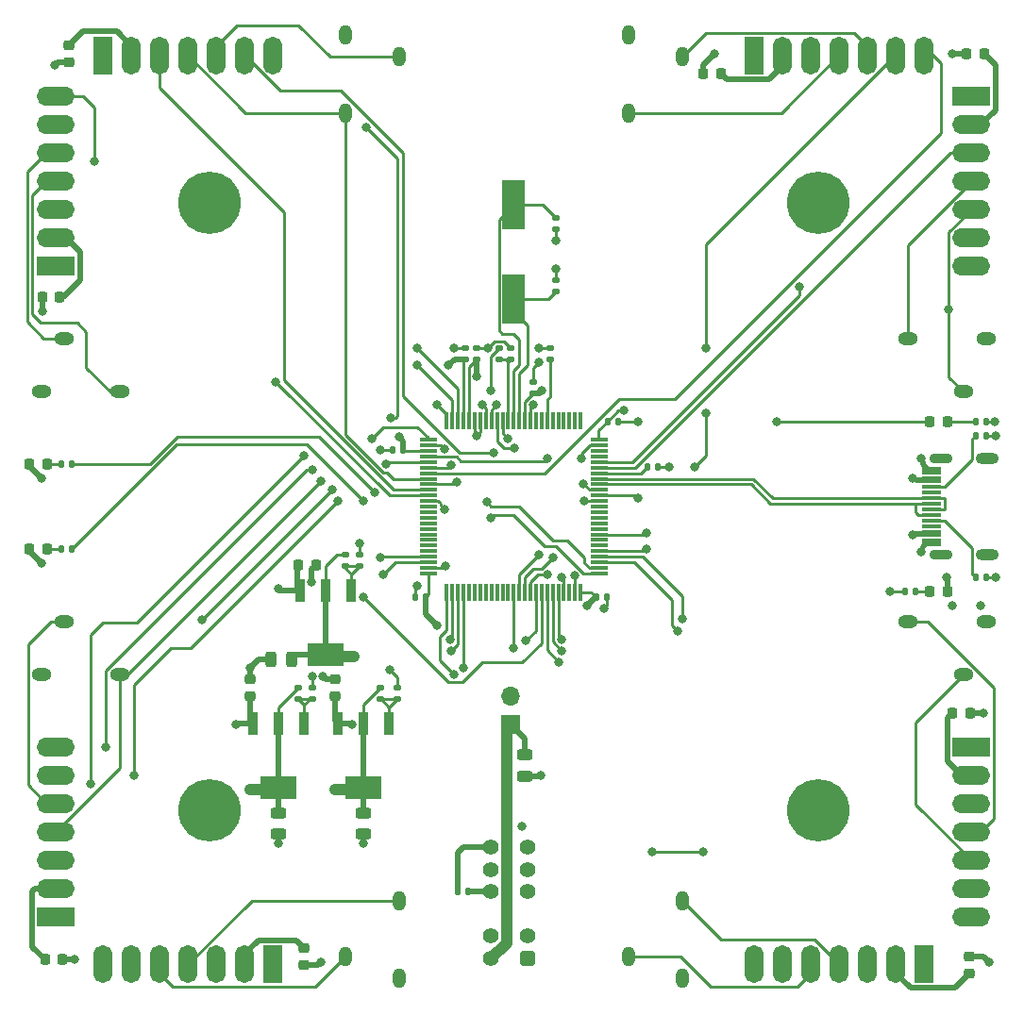
<source format=gtl>
G04 #@! TF.GenerationSoftware,KiCad,Pcbnew,6.0.9-8da3e8f707~117~ubuntu22.04.1*
G04 #@! TF.CreationDate,2022-12-03T17:44:34-08:00*
G04 #@! TF.ProjectId,ch348_octo_serial,63683334-385f-46f6-9374-6f5f73657269,rev?*
G04 #@! TF.SameCoordinates,Original*
G04 #@! TF.FileFunction,Copper,L1,Top*
G04 #@! TF.FilePolarity,Positive*
%FSLAX46Y46*%
G04 Gerber Fmt 4.6, Leading zero omitted, Abs format (unit mm)*
G04 Created by KiCad (PCBNEW 6.0.9-8da3e8f707~117~ubuntu22.04.1) date 2022-12-03 17:44:34*
%MOMM*%
%LPD*%
G01*
G04 APERTURE LIST*
G04 Aperture macros list*
%AMRoundRect*
0 Rectangle with rounded corners*
0 $1 Rounding radius*
0 $2 $3 $4 $5 $6 $7 $8 $9 X,Y pos of 4 corners*
0 Add a 4 corners polygon primitive as box body*
4,1,4,$2,$3,$4,$5,$6,$7,$8,$9,$2,$3,0*
0 Add four circle primitives for the rounded corners*
1,1,$1+$1,$2,$3*
1,1,$1+$1,$4,$5*
1,1,$1+$1,$6,$7*
1,1,$1+$1,$8,$9*
0 Add four rect primitives between the rounded corners*
20,1,$1+$1,$2,$3,$4,$5,0*
20,1,$1+$1,$4,$5,$6,$7,0*
20,1,$1+$1,$6,$7,$8,$9,0*
20,1,$1+$1,$8,$9,$2,$3,0*%
G04 Aperture macros list end*
G04 #@! TA.AperFunction,SMDPad,CuDef*
%ADD10RoundRect,0.218750X-0.218750X-0.256250X0.218750X-0.256250X0.218750X0.256250X-0.218750X0.256250X0*%
G04 #@! TD*
G04 #@! TA.AperFunction,SMDPad,CuDef*
%ADD11R,0.950000X2.150000*%
G04 #@! TD*
G04 #@! TA.AperFunction,SMDPad,CuDef*
%ADD12R,3.250000X2.150000*%
G04 #@! TD*
G04 #@! TA.AperFunction,ComponentPad*
%ADD13R,1.700000X3.400000*%
G04 #@! TD*
G04 #@! TA.AperFunction,ComponentPad*
%ADD14O,1.700000X3.400000*%
G04 #@! TD*
G04 #@! TA.AperFunction,SMDPad,CuDef*
%ADD15RoundRect,0.147500X-0.172500X0.147500X-0.172500X-0.147500X0.172500X-0.147500X0.172500X0.147500X0*%
G04 #@! TD*
G04 #@! TA.AperFunction,ComponentPad*
%ADD16R,1.700000X1.700000*%
G04 #@! TD*
G04 #@! TA.AperFunction,ComponentPad*
%ADD17O,1.700000X1.700000*%
G04 #@! TD*
G04 #@! TA.AperFunction,ComponentPad*
%ADD18R,3.400000X1.700000*%
G04 #@! TD*
G04 #@! TA.AperFunction,ComponentPad*
%ADD19O,3.400000X1.700000*%
G04 #@! TD*
G04 #@! TA.AperFunction,ComponentPad*
%ADD20O,1.799996X1.199896*%
G04 #@! TD*
G04 #@! TA.AperFunction,SMDPad,CuDef*
%ADD21RoundRect,0.218750X0.256250X-0.218750X0.256250X0.218750X-0.256250X0.218750X-0.256250X-0.218750X0*%
G04 #@! TD*
G04 #@! TA.AperFunction,SMDPad,CuDef*
%ADD22RoundRect,0.147500X0.172500X-0.147500X0.172500X0.147500X-0.172500X0.147500X-0.172500X-0.147500X0*%
G04 #@! TD*
G04 #@! TA.AperFunction,SMDPad,CuDef*
%ADD23RoundRect,0.147500X0.147500X0.172500X-0.147500X0.172500X-0.147500X-0.172500X0.147500X-0.172500X0*%
G04 #@! TD*
G04 #@! TA.AperFunction,ComponentPad*
%ADD24C,5.600000*%
G04 #@! TD*
G04 #@! TA.AperFunction,SMDPad,CuDef*
%ADD25RoundRect,0.218750X-0.256250X0.218750X-0.256250X-0.218750X0.256250X-0.218750X0.256250X0.218750X0*%
G04 #@! TD*
G04 #@! TA.AperFunction,SMDPad,CuDef*
%ADD26RoundRect,0.147500X-0.147500X-0.172500X0.147500X-0.172500X0.147500X0.172500X-0.147500X0.172500X0*%
G04 #@! TD*
G04 #@! TA.AperFunction,ComponentPad*
%ADD27O,1.199896X1.799996*%
G04 #@! TD*
G04 #@! TA.AperFunction,SMDPad,CuDef*
%ADD28RoundRect,0.243750X-0.456250X0.243750X-0.456250X-0.243750X0.456250X-0.243750X0.456250X0.243750X0*%
G04 #@! TD*
G04 #@! TA.AperFunction,SMDPad,CuDef*
%ADD29RoundRect,0.218750X0.218750X0.256250X-0.218750X0.256250X-0.218750X-0.256250X0.218750X-0.256250X0*%
G04 #@! TD*
G04 #@! TA.AperFunction,SMDPad,CuDef*
%ADD30R,2.000000X4.500000*%
G04 #@! TD*
G04 #@! TA.AperFunction,SMDPad,CuDef*
%ADD31RoundRect,0.243750X0.243750X0.456250X-0.243750X0.456250X-0.243750X-0.456250X0.243750X-0.456250X0*%
G04 #@! TD*
G04 #@! TA.AperFunction,ComponentPad*
%ADD32RoundRect,0.350000X0.350000X-0.350000X0.350000X0.350000X-0.350000X0.350000X-0.350000X-0.350000X0*%
G04 #@! TD*
G04 #@! TA.AperFunction,ComponentPad*
%ADD33C,1.400000*%
G04 #@! TD*
G04 #@! TA.AperFunction,SMDPad,CuDef*
%ADD34R,1.750000X0.300000*%
G04 #@! TD*
G04 #@! TA.AperFunction,ComponentPad*
%ADD35O,2.100000X1.000000*%
G04 #@! TD*
G04 #@! TA.AperFunction,ComponentPad*
%ADD36O,2.100000X0.900000*%
G04 #@! TD*
G04 #@! TA.AperFunction,SMDPad,CuDef*
%ADD37RoundRect,0.075000X-0.075000X0.725000X-0.075000X-0.725000X0.075000X-0.725000X0.075000X0.725000X0*%
G04 #@! TD*
G04 #@! TA.AperFunction,SMDPad,CuDef*
%ADD38RoundRect,0.075000X-0.725000X0.075000X-0.725000X-0.075000X0.725000X-0.075000X0.725000X0.075000X0*%
G04 #@! TD*
G04 #@! TA.AperFunction,ViaPad*
%ADD39C,0.800000*%
G04 #@! TD*
G04 #@! TA.AperFunction,Conductor*
%ADD40C,0.500000*%
G04 #@! TD*
G04 #@! TA.AperFunction,Conductor*
%ADD41C,0.250000*%
G04 #@! TD*
G04 #@! TA.AperFunction,Conductor*
%ADD42C,1.000000*%
G04 #@! TD*
G04 APERTURE END LIST*
D10*
G04 #@! TO.P,C18,1*
G04 #@! TO.N,Vdrive*
X152374500Y-102362000D03*
G04 #@! TO.P,C18,2*
G04 #@! TO.N,GND*
X153949500Y-102362000D03*
G04 #@! TD*
D11*
G04 #@! TO.P,VR1,1,GND*
G04 #@! TO.N,Net-(R2-Pad2)*
X98439000Y-91334000D03*
G04 #@! TO.P,VR1,2,VOUT_2*
G04 #@! TO.N,+3.3V*
X96139000Y-91334000D03*
G04 #@! TO.P,VR1,3,VIN*
G04 #@! TO.N,+5V*
X93839000Y-91334000D03*
D12*
G04 #@! TO.P,VR1,4,VOUT_4*
G04 #@! TO.N,+3.3V*
X96139000Y-97134000D03*
G04 #@! TD*
D13*
G04 #@! TO.P,J12,1,Pin_1*
G04 #@! TO.N,GND*
X134615000Y-43325000D03*
D14*
G04 #@! TO.P,J12,2,Pin_2*
G04 #@! TO.N,Vdrive*
X137155000Y-43325000D03*
G04 #@! TO.P,J12,3,Pin_3*
G04 #@! TO.N,/Serial Connector 6/CTS*
X139695000Y-43325000D03*
G04 #@! TO.P,J12,4,Pin_4*
G04 #@! TO.N,/Serial Connector 6/TXD*
X142235000Y-43325000D03*
G04 #@! TO.P,J12,5,Pin_5*
G04 #@! TO.N,/Serial Connector 6/RXD*
X144775000Y-43325000D03*
G04 #@! TO.P,J12,6,Pin_6*
G04 #@! TO.N,/Serial Connector 6/DTR*
X147315000Y-43325000D03*
G04 #@! TO.P,J12,7,Pin_7*
G04 #@! TO.N,/Serial Connector 6/RTS*
X149855000Y-43325000D03*
G04 #@! TD*
D15*
G04 #@! TO.P,C9,1*
G04 #@! TO.N,/XO*
X116840000Y-57935000D03*
G04 #@! TO.P,C9,2*
G04 #@! TO.N,GND*
X116840000Y-58905000D03*
G04 #@! TD*
D16*
G04 #@! TO.P,J6,1,Pin_1*
G04 #@! TO.N,Net-(C16-Pad1)*
X112776000Y-103383000D03*
D17*
G04 #@! TO.P,J6,2,Pin_2*
G04 #@! TO.N,GND*
X112776000Y-100843000D03*
G04 #@! TD*
D18*
G04 #@! TO.P,J16,1,Pin_1*
G04 #@! TO.N,GND*
X71970000Y-62230000D03*
D19*
G04 #@! TO.P,J16,2,Pin_2*
G04 #@! TO.N,Vdrive*
X71970000Y-59690000D03*
G04 #@! TO.P,J16,3,Pin_3*
G04 #@! TO.N,/Serial Connector 0/CTS*
X71970000Y-57150000D03*
G04 #@! TO.P,J16,4,Pin_4*
G04 #@! TO.N,/Serial Connector 0/TXD*
X71970000Y-54610000D03*
G04 #@! TO.P,J16,5,Pin_5*
G04 #@! TO.N,/Serial Connector 0/RXD*
X71970000Y-52070000D03*
G04 #@! TO.P,J16,6,Pin_6*
G04 #@! TO.N,/Serial Connector 0/DTR*
X71970000Y-49530000D03*
G04 #@! TO.P,J16,7,Pin_7*
G04 #@! TO.N,/Serial Connector 0/RTS*
X71970000Y-46990000D03*
G04 #@! TD*
D10*
G04 #@! TO.P,D4,1,K*
G04 #@! TO.N,GND*
X69570500Y-87630000D03*
G04 #@! TO.P,D4,2,A*
G04 #@! TO.N,Net-(D4-Pad2)*
X71145500Y-87630000D03*
G04 #@! TD*
D20*
G04 #@! TO.P,J15,2,RING*
G04 #@! TO.N,/Serial Connector 0/RXD*
X72680000Y-68720000D03*
G04 #@! TO.P,J15,3,SLEEVE*
G04 #@! TO.N,GND*
X70680000Y-73520000D03*
G04 #@! TO.P,J15,4,TIP*
G04 #@! TO.N,/Serial Connector 0/TXD*
X77680000Y-73520000D03*
G04 #@! TD*
D21*
G04 #@! TO.P,C25,1*
G04 #@! TO.N,Vdrive*
X153924000Y-125755500D03*
G04 #@! TO.P,C25,2*
G04 #@! TO.N,GND*
X153924000Y-124180500D03*
G04 #@! TD*
D22*
G04 #@! TO.P,C7,1*
G04 #@! TO.N,/RESET*
X112776000Y-70589000D03*
G04 #@! TO.P,C7,2*
G04 #@! TO.N,GND*
X112776000Y-69619000D03*
G04 #@! TD*
D23*
G04 #@! TO.P,R12,1*
G04 #@! TO.N,GND*
X125961000Y-80264000D03*
G04 #@! TO.P,R12,2*
G04 #@! TO.N,/TEST*
X124991000Y-80264000D03*
G04 #@! TD*
D10*
G04 #@! TO.P,C1,1*
G04 #@! TO.N,+5V*
X93700500Y-89027000D03*
G04 #@! TO.P,C1,2*
G04 #@! TO.N,GND*
X95275500Y-89027000D03*
G04 #@! TD*
D18*
G04 #@! TO.P,J8,1,Pin_1*
G04 #@! TO.N,GND*
X154090000Y-105410000D03*
D19*
G04 #@! TO.P,J8,2,Pin_2*
G04 #@! TO.N,Vdrive*
X154090000Y-107950000D03*
G04 #@! TO.P,J8,3,Pin_3*
G04 #@! TO.N,/Serial Connector 4/CTS*
X154090000Y-110490000D03*
G04 #@! TO.P,J8,4,Pin_4*
G04 #@! TO.N,/Serial Connector 4/TXD*
X154090000Y-113030000D03*
G04 #@! TO.P,J8,5,Pin_5*
G04 #@! TO.N,/Serial Connector 4/RXD*
X154090000Y-115570000D03*
G04 #@! TO.P,J8,6,Pin_6*
G04 #@! TO.N,/Serial Connector 4/DTR*
X154090000Y-118110000D03*
G04 #@! TO.P,J8,7,Pin_7*
G04 #@! TO.N,/Serial Connector 4/RTS*
X154090000Y-120650000D03*
G04 #@! TD*
D22*
G04 #@! TO.P,R3,1*
G04 #@! TO.N,Net-(R2-Pad2)*
X99187000Y-89131000D03*
G04 #@! TO.P,R3,2*
G04 #@! TO.N,GND*
X99187000Y-88161000D03*
G04 #@! TD*
G04 #@! TO.P,R5,1*
G04 #@! TO.N,Net-(R4-Pad2)*
X94996000Y-101069000D03*
G04 #@! TO.P,R5,2*
G04 #@! TO.N,GND*
X94996000Y-100099000D03*
G04 #@! TD*
G04 #@! TO.P,R7,1*
G04 #@! TO.N,Net-(R6-Pad2)*
X102616000Y-101069000D03*
G04 #@! TO.P,R7,2*
G04 #@! TO.N,GND*
X102616000Y-100099000D03*
G04 #@! TD*
D15*
G04 #@! TO.P,R13,1*
G04 #@! TO.N,GND*
X116332000Y-69619000D03*
G04 #@! TO.P,R13,2*
G04 #@! TO.N,/CFG*
X116332000Y-70589000D03*
G04 #@! TD*
D23*
G04 #@! TO.P,C13,1*
G04 #@! TO.N,+3.3V*
X103101000Y-78740000D03*
G04 #@! TO.P,C13,2*
G04 #@! TO.N,GND*
X102131000Y-78740000D03*
G04 #@! TD*
D24*
G04 #@! TO.P,J2,1,Pin_1*
G04 #@! TO.N,unconnected-(J2-Pad1)*
X140320000Y-56530000D03*
G04 #@! TD*
D25*
G04 #@! TO.P,C21,1*
G04 #@! TO.N,Vdrive*
X73152000Y-42392500D03*
G04 #@! TO.P,C21,2*
G04 #@! TO.N,GND*
X73152000Y-43967500D03*
G04 #@! TD*
D15*
G04 #@! TO.P,R10,1*
G04 #@! TO.N,+3.3V*
X111760000Y-69619000D03*
G04 #@! TO.P,R10,2*
G04 #@! TO.N,/RESET*
X111760000Y-70589000D03*
G04 #@! TD*
D23*
G04 #@! TO.P,C17,1*
G04 #@! TO.N,Vdrive*
X105133000Y-91948000D03*
G04 #@! TO.P,C17,2*
G04 #@! TO.N,GND*
X104163000Y-91948000D03*
G04 #@! TD*
D18*
G04 #@! TO.P,J10,1,Pin_1*
G04 #@! TO.N,GND*
X154090000Y-46990000D03*
D19*
G04 #@! TO.P,J10,2,Pin_2*
G04 #@! TO.N,Vdrive*
X154090000Y-49530000D03*
G04 #@! TO.P,J10,3,Pin_3*
G04 #@! TO.N,/Serial Connector 5/CTS*
X154090000Y-52070000D03*
G04 #@! TO.P,J10,4,Pin_4*
G04 #@! TO.N,/Serial Connector 5/TXD*
X154090000Y-54610000D03*
G04 #@! TO.P,J10,5,Pin_5*
G04 #@! TO.N,/Serial Connector 5/RXD*
X154090000Y-57150000D03*
G04 #@! TO.P,J10,6,Pin_6*
G04 #@! TO.N,/Serial Connector 5/DTR*
X154090000Y-59690000D03*
G04 #@! TO.P,J10,7,Pin_7*
G04 #@! TO.N,/Serial Connector 5/RTS*
X154090000Y-62230000D03*
G04 #@! TD*
D26*
G04 #@! TO.P,C10,1*
G04 #@! TO.N,Vdrive*
X121435000Y-76200000D03*
G04 #@! TO.P,C10,2*
G04 #@! TO.N,GND*
X122405000Y-76200000D03*
G04 #@! TD*
D20*
G04 #@! TO.P,J9,2,RING*
G04 #@! TO.N,/Serial Connector 5/RXD*
X153380000Y-73520000D03*
G04 #@! TO.P,J9,3,SLEEVE*
G04 #@! TO.N,GND*
X155380000Y-68720000D03*
G04 #@! TO.P,J9,4,TIP*
G04 #@! TO.N,/Serial Connector 5/TXD*
X148380000Y-68720000D03*
G04 #@! TD*
D27*
G04 #@! TO.P,J21,2,RING*
G04 #@! TO.N,/Serial Connector 3/RXD*
X123330000Y-124170000D03*
G04 #@! TO.P,J21,3,SLEEVE*
G04 #@! TO.N,GND*
X128130000Y-126170000D03*
G04 #@! TO.P,J21,4,TIP*
G04 #@! TO.N,/Serial Connector 3/TXD*
X128130000Y-119170000D03*
G04 #@! TD*
D15*
G04 #@! TO.P,R4,1*
G04 #@! TO.N,+2V5*
X93726000Y-100099000D03*
G04 #@! TO.P,R4,2*
G04 #@! TO.N,Net-(R4-Pad2)*
X93726000Y-101069000D03*
G04 #@! TD*
D23*
G04 #@! TO.P,R11,1*
G04 #@! TO.N,+3.3V*
X155425000Y-76200000D03*
G04 #@! TO.P,R11,2*
G04 #@! TO.N,Net-(D2-Pad2)*
X154455000Y-76200000D03*
G04 #@! TD*
D24*
G04 #@! TO.P,J3,1,Pin_1*
G04 #@! TO.N,unconnected-(J3-Pad1)*
X85740000Y-56530000D03*
G04 #@! TD*
D25*
G04 #@! TO.P,C24,1*
G04 #@! TO.N,Vdrive*
X94234000Y-123418500D03*
G04 #@! TO.P,C24,2*
G04 #@! TO.N,GND*
X94234000Y-124993500D03*
G04 #@! TD*
D18*
G04 #@! TO.P,J18,1,Pin_1*
G04 #@! TO.N,GND*
X71970000Y-120650000D03*
D19*
G04 #@! TO.P,J18,2,Pin_2*
G04 #@! TO.N,Vdrive*
X71970000Y-118110000D03*
G04 #@! TO.P,J18,3,Pin_3*
G04 #@! TO.N,/Serial Connector 1/CTS*
X71970000Y-115570000D03*
G04 #@! TO.P,J18,4,Pin_4*
G04 #@! TO.N,/Serial Connector 1/TXD*
X71970000Y-113030000D03*
G04 #@! TO.P,J18,5,Pin_5*
G04 #@! TO.N,/Serial Connector 1/RXD*
X71970000Y-110490000D03*
G04 #@! TO.P,J18,6,Pin_6*
G04 #@! TO.N,/Serial Connector 1/DTR*
X71970000Y-107950000D03*
G04 #@! TO.P,J18,7,Pin_7*
G04 #@! TO.N,/Serial Connector 1/RTS*
X71970000Y-105410000D03*
G04 #@! TD*
D22*
G04 #@! TO.P,C8,1*
G04 #@! TO.N,/XI*
X116840000Y-64470000D03*
G04 #@! TO.P,C8,2*
G04 #@! TO.N,GND*
X116840000Y-63500000D03*
G04 #@! TD*
D28*
G04 #@! TO.P,C5,1*
G04 #@! TO.N,+2V5*
X91948000Y-111330500D03*
G04 #@! TO.P,C5,2*
G04 #@! TO.N,GND*
X91948000Y-113205500D03*
G04 #@! TD*
D10*
G04 #@! TO.P,D3,1,K*
G04 #@! TO.N,GND*
X69570500Y-80010000D03*
G04 #@! TO.P,D3,2,A*
G04 #@! TO.N,Net-(D3-Pad2)*
X71145500Y-80010000D03*
G04 #@! TD*
D28*
G04 #@! TO.P,C6,1*
G04 #@! TO.N,+1V8*
X99568000Y-111330500D03*
G04 #@! TO.P,C6,2*
G04 #@! TO.N,GND*
X99568000Y-113205500D03*
G04 #@! TD*
D29*
G04 #@! TO.P,D1,1,K*
G04 #@! TO.N,GND*
X151917500Y-91440000D03*
G04 #@! TO.P,D1,2,A*
G04 #@! TO.N,Net-(D1-Pad2)*
X150342500Y-91440000D03*
G04 #@! TD*
D22*
G04 #@! TO.P,C11,1*
G04 #@! TO.N,+3.3V*
X114808000Y-73637000D03*
G04 #@! TO.P,C11,2*
G04 #@! TO.N,GND*
X114808000Y-72667000D03*
G04 #@! TD*
D26*
G04 #@! TO.P,R8,1*
G04 #@! TO.N,Net-(J1-PadA5)*
X154455000Y-90170000D03*
G04 #@! TO.P,R8,2*
G04 #@! TO.N,GND*
X155425000Y-90170000D03*
G04 #@! TD*
D21*
G04 #@! TO.P,C2,1*
G04 #@! TO.N,+5V*
X89408000Y-100863500D03*
G04 #@! TO.P,C2,2*
G04 #@! TO.N,GND*
X89408000Y-99288500D03*
G04 #@! TD*
D10*
G04 #@! TO.P,D2,1,K*
G04 #@! TO.N,/ACT*
X150342500Y-76200000D03*
G04 #@! TO.P,D2,2,A*
G04 #@! TO.N,Net-(D2-Pad2)*
X151917500Y-76200000D03*
G04 #@! TD*
D23*
G04 #@! TO.P,R14,1*
G04 #@! TO.N,/RX_S*
X73383000Y-80010000D03*
G04 #@! TO.P,R14,2*
G04 #@! TO.N,Net-(D3-Pad2)*
X72413000Y-80010000D03*
G04 #@! TD*
G04 #@! TO.P,R15,1*
G04 #@! TO.N,/TX_S*
X73383000Y-87630000D03*
G04 #@! TO.P,R15,2*
G04 #@! TO.N,Net-(D4-Pad2)*
X72413000Y-87630000D03*
G04 #@! TD*
D27*
G04 #@! TO.P,J11,2,RING*
G04 #@! TO.N,/Serial Connector 6/RXD*
X128130000Y-43470000D03*
G04 #@! TO.P,J11,3,SLEEVE*
G04 #@! TO.N,GND*
X123330000Y-41470000D03*
G04 #@! TO.P,J11,4,TIP*
G04 #@! TO.N,/Serial Connector 6/TXD*
X123330000Y-48470000D03*
G04 #@! TD*
D28*
G04 #@! TO.P,C16,1*
G04 #@! TO.N,Net-(C16-Pad1)*
X114046000Y-106123500D03*
G04 #@! TO.P,C16,2*
G04 #@! TO.N,GND*
X114046000Y-107998500D03*
G04 #@! TD*
D30*
G04 #@! TO.P,X1,1,1*
G04 #@! TO.N,/XI*
X113030000Y-65210000D03*
G04 #@! TO.P,X1,2,2*
G04 #@! TO.N,/XO*
X113030000Y-56710000D03*
G04 #@! TD*
D23*
G04 #@! TO.P,R9,1*
G04 #@! TO.N,GND*
X155425000Y-77470000D03*
G04 #@! TO.P,R9,2*
G04 #@! TO.N,Net-(J1-PadB5)*
X154455000Y-77470000D03*
G04 #@! TD*
D29*
G04 #@! TO.P,C22,1*
G04 #@! TO.N,Vdrive*
X72288500Y-65024000D03*
G04 #@! TO.P,C22,2*
G04 #@! TO.N,GND*
X70713500Y-65024000D03*
G04 #@! TD*
D13*
G04 #@! TO.P,J14,1,Pin_1*
G04 #@! TO.N,GND*
X76195000Y-43325000D03*
D14*
G04 #@! TO.P,J14,2,Pin_2*
G04 #@! TO.N,Vdrive*
X78735000Y-43325000D03*
G04 #@! TO.P,J14,3,Pin_3*
G04 #@! TO.N,/Serial Connector 7/CTS*
X81275000Y-43325000D03*
G04 #@! TO.P,J14,4,Pin_4*
G04 #@! TO.N,/Serial Connector 7/TXD*
X83815000Y-43325000D03*
G04 #@! TO.P,J14,5,Pin_5*
G04 #@! TO.N,/Serial Connector 7/RXD*
X86355000Y-43325000D03*
G04 #@! TO.P,J14,6,Pin_6*
G04 #@! TO.N,/Serial Connector 7/DTR*
X88895000Y-43325000D03*
G04 #@! TO.P,J14,7,Pin_7*
G04 #@! TO.N,/Serial Connector 7/RTS*
X91435000Y-43325000D03*
G04 #@! TD*
D31*
G04 #@! TO.P,C4,1*
G04 #@! TO.N,+3.3V*
X93139500Y-97536000D03*
G04 #@! TO.P,C4,2*
G04 #@! TO.N,GND*
X91264500Y-97536000D03*
G04 #@! TD*
D29*
G04 #@! TO.P,C19,1*
G04 #@! TO.N,Vdrive*
X155219500Y-43180000D03*
G04 #@! TO.P,C19,2*
G04 #@! TO.N,GND*
X153644500Y-43180000D03*
G04 #@! TD*
D32*
G04 #@! TO.P,SW1,1,1*
G04 #@! TO.N,unconnected-(SW1-Pad1)*
X114287500Y-124380000D03*
D33*
G04 #@! TO.P,SW1,2,2*
G04 #@! TO.N,unconnected-(SW1-Pad2)*
X114287500Y-122380000D03*
G04 #@! TO.P,SW1,3,3*
G04 #@! TO.N,unconnected-(SW1-Pad3)*
X114287500Y-118380000D03*
G04 #@! TO.P,SW1,4,4*
G04 #@! TO.N,unconnected-(SW1-Pad4)*
X114287500Y-116380000D03*
G04 #@! TO.P,SW1,5,5*
G04 #@! TO.N,unconnected-(SW1-Pad5)*
X114287500Y-114380000D03*
G04 #@! TO.P,SW1,6,6*
G04 #@! TO.N,Net-(C16-Pad1)*
X110987500Y-124380000D03*
G04 #@! TO.P,SW1,7,7*
G04 #@! TO.N,+1V8*
X110987500Y-122380000D03*
G04 #@! TO.P,SW1,8,8*
G04 #@! TO.N,Vdrive*
X110987500Y-118380000D03*
G04 #@! TO.P,SW1,9,9*
G04 #@! TO.N,+2V5*
X110987500Y-116380000D03*
G04 #@! TO.P,SW1,10,10*
G04 #@! TO.N,+3.3V*
X110987500Y-114380000D03*
G04 #@! TD*
D27*
G04 #@! TO.P,J19,2,RING*
G04 #@! TO.N,/Serial Connector 2/RXD*
X97930000Y-124170000D03*
G04 #@! TO.P,J19,3,SLEEVE*
G04 #@! TO.N,GND*
X102730000Y-126170000D03*
G04 #@! TO.P,J19,4,TIP*
G04 #@! TO.N,/Serial Connector 2/TXD*
X102730000Y-119170000D03*
G04 #@! TD*
D13*
G04 #@! TO.P,J22,1,Pin_1*
G04 #@! TO.N,GND*
X149860000Y-124880000D03*
D14*
G04 #@! TO.P,J22,2,Pin_2*
G04 #@! TO.N,Vdrive*
X147320000Y-124880000D03*
G04 #@! TO.P,J22,3,Pin_3*
G04 #@! TO.N,/Serial Connector 3/CTS*
X144780000Y-124880000D03*
G04 #@! TO.P,J22,4,Pin_4*
G04 #@! TO.N,/Serial Connector 3/TXD*
X142240000Y-124880000D03*
G04 #@! TO.P,J22,5,Pin_5*
G04 #@! TO.N,/Serial Connector 3/RXD*
X139700000Y-124880000D03*
G04 #@! TO.P,J22,6,Pin_6*
G04 #@! TO.N,/Serial Connector 3/DTR*
X137160000Y-124880000D03*
G04 #@! TO.P,J22,7,Pin_7*
G04 #@! TO.N,/Serial Connector 3/RTS*
X134620000Y-124880000D03*
G04 #@! TD*
D26*
G04 #@! TO.P,R1,1*
G04 #@! TO.N,+3.3V*
X148105000Y-91440000D03*
G04 #@! TO.P,R1,2*
G04 #@! TO.N,Net-(D1-Pad2)*
X149075000Y-91440000D03*
G04 #@! TD*
D34*
G04 #@! TO.P,J1,A1,GND*
G04 #@! TO.N,GND*
X150520000Y-87170000D03*
G04 #@! TO.P,J1,A4,VBUS*
G04 #@! TO.N,+5V*
X150520000Y-86370000D03*
G04 #@! TO.P,J1,A5,CC1*
G04 #@! TO.N,Net-(J1-PadA5)*
X150520000Y-85070000D03*
G04 #@! TO.P,J1,A6,D+*
G04 #@! TO.N,/USB_P*
X150520000Y-84070000D03*
G04 #@! TO.P,J1,A7,D-*
G04 #@! TO.N,/USB_N*
X150520000Y-83570000D03*
G04 #@! TO.P,J1,A8,SBU1*
G04 #@! TO.N,unconnected-(J1-PadA8)*
X150520000Y-82570000D03*
G04 #@! TO.P,J1,A9,VBUS*
G04 #@! TO.N,+5V*
X150520000Y-81270000D03*
G04 #@! TO.P,J1,A12,GND*
G04 #@! TO.N,GND*
X150520000Y-80470000D03*
G04 #@! TO.P,J1,B1,GND*
X150520000Y-80770000D03*
G04 #@! TO.P,J1,B4,VBUS*
G04 #@! TO.N,+5V*
X150520000Y-81570000D03*
G04 #@! TO.P,J1,B5,CC2*
G04 #@! TO.N,Net-(J1-PadB5)*
X150520000Y-82070000D03*
G04 #@! TO.P,J1,B6,D+*
G04 #@! TO.N,/USB_P*
X150520000Y-83070000D03*
G04 #@! TO.P,J1,B7,D-*
G04 #@! TO.N,/USB_N*
X150520000Y-84570000D03*
G04 #@! TO.P,J1,B8,SBU2*
G04 #@! TO.N,unconnected-(J1-PadB8)*
X150520000Y-85570000D03*
G04 #@! TO.P,J1,B9,VBUS*
G04 #@! TO.N,+5V*
X150520000Y-86070000D03*
G04 #@! TO.P,J1,B12,GND*
G04 #@! TO.N,GND*
X150520000Y-86870000D03*
D35*
G04 #@! TO.P,J1,S1,SHIELD*
X155540000Y-79500000D03*
X155540000Y-88140000D03*
D36*
X151360000Y-88140000D03*
X151360000Y-79500000D03*
G04 #@! TD*
D37*
G04 #@! TO.P,U1,1,DCD5/GPIO40*
G04 #@! TO.N,unconnected-(U1-Pad1)*
X119030000Y-76145000D03*
G04 #@! TO.P,U1,2,RI5/GPIO41*
G04 #@! TO.N,unconnected-(U1-Pad2)*
X118530000Y-76145000D03*
G04 #@! TO.P,U1,3,DSR1/GPIO27*
G04 #@! TO.N,unconnected-(U1-Pad3)*
X118030000Y-76145000D03*
G04 #@! TO.P,U1,4,DCD1/GPIO28*
G04 #@! TO.N,unconnected-(U1-Pad4)*
X117530000Y-76145000D03*
G04 #@! TO.P,U1,5,RI1/GPIO29*
G04 #@! TO.N,unconnected-(U1-Pad5)*
X117030000Y-76145000D03*
G04 #@! TO.P,U1,6,NC*
G04 #@! TO.N,unconnected-(U1-Pad6)*
X116530000Y-76145000D03*
G04 #@! TO.P,U1,7,CFG*
G04 #@! TO.N,/CFG*
X116030000Y-76145000D03*
G04 #@! TO.P,U1,8,NC*
G04 #@! TO.N,unconnected-(U1-Pad8)*
X115530000Y-76145000D03*
G04 #@! TO.P,U1,9,NC*
G04 #@! TO.N,unconnected-(U1-Pad9)*
X115030000Y-76145000D03*
G04 #@! TO.P,U1,10,GND*
G04 #@! TO.N,GND*
X114530000Y-76145000D03*
G04 #@! TO.P,U1,11,VCC*
G04 #@! TO.N,+3.3V*
X114030000Y-76145000D03*
G04 #@! TO.P,U1,12,XI*
G04 #@! TO.N,/XI*
X113530000Y-76145000D03*
G04 #@! TO.P,U1,13,XO*
G04 #@! TO.N,/XO*
X113030000Y-76145000D03*
G04 #@! TO.P,U1,14,RESET*
G04 #@! TO.N,/RESET*
X112530000Y-76145000D03*
G04 #@! TO.P,U1,15,TXD5*
G04 #@! TO.N,/Serial Connector 5/TXD*
X112030000Y-76145000D03*
G04 #@! TO.P,U1,16,RXD5*
G04 #@! TO.N,/Serial Connector 5/RXD*
X111530000Y-76145000D03*
G04 #@! TO.P,U1,17,TXD6*
G04 #@! TO.N,/Serial Connector 6/TXD*
X111030000Y-76145000D03*
G04 #@! TO.P,U1,18,RXD6*
G04 #@! TO.N,/Serial Connector 6/RXD*
X110530000Y-76145000D03*
G04 #@! TO.P,U1,19,GND*
G04 #@! TO.N,GND*
X110030000Y-76145000D03*
G04 #@! TO.P,U1,20,GND*
X109530000Y-76145000D03*
G04 #@! TO.P,U1,21,VIO*
G04 #@! TO.N,Vdrive*
X109030000Y-76145000D03*
G04 #@! TO.P,U1,22,VIO*
X108530000Y-76145000D03*
G04 #@! TO.P,U1,23,CTS1/GPIO2*
G04 #@! TO.N,/Serial Connector 1/CTS*
X108030000Y-76145000D03*
G04 #@! TO.P,U1,24,RTS1/GPIO3*
G04 #@! TO.N,/Serial Connector 1/RTS*
X107530000Y-76145000D03*
G04 #@! TO.P,U1,25,TXD1*
G04 #@! TO.N,/Serial Connector 1/TXD*
X107030000Y-76145000D03*
D38*
G04 #@! TO.P,U1,26,RXD1*
G04 #@! TO.N,/Serial Connector 1/RXD*
X105355000Y-77820000D03*
G04 #@! TO.P,U1,27,GND*
G04 #@! TO.N,GND*
X105355000Y-78320000D03*
G04 #@! TO.P,U1,28,VCC*
G04 #@! TO.N,+3.3V*
X105355000Y-78820000D03*
G04 #@! TO.P,U1,29,ACT*
G04 #@! TO.N,/ACT*
X105355000Y-79320000D03*
G04 #@! TO.P,U1,30,DTR1/TNOW1/GPIO9*
G04 #@! TO.N,/Serial Connector 1/DTR*
X105355000Y-79820000D03*
G04 #@! TO.P,U1,31,CTS6/GPIO16*
G04 #@! TO.N,/Serial Connector 6/CTS*
X105355000Y-80320000D03*
G04 #@! TO.P,U1,32,RTS6/GPIO17*
G04 #@! TO.N,/Serial Connector 6/RTS*
X105355000Y-80820000D03*
G04 #@! TO.P,U1,33,TXD7*
G04 #@! TO.N,/Serial Connector 7/TXD*
X105355000Y-81320000D03*
G04 #@! TO.P,U1,34,RXD7*
G04 #@! TO.N,/Serial Connector 7/RXD*
X105355000Y-81820000D03*
G04 #@! TO.P,U1,35,CTS7/GPIO18*
G04 #@! TO.N,/Serial Connector 7/CTS*
X105355000Y-82320000D03*
G04 #@! TO.P,U1,36,RTS7/GPIO19*
G04 #@! TO.N,/Serial Connector 7/RTS*
X105355000Y-82820000D03*
G04 #@! TO.P,U1,37,GND*
G04 #@! TO.N,GND*
X105355000Y-83320000D03*
G04 #@! TO.P,U1,38,DSR7/GPIO45*
G04 #@! TO.N,unconnected-(U1-Pad38)*
X105355000Y-83820000D03*
G04 #@! TO.P,U1,39,DCD7/GPIO46*
G04 #@! TO.N,unconnected-(U1-Pad39)*
X105355000Y-84320000D03*
G04 #@! TO.P,U1,40,RI7/GPIO47*
G04 #@! TO.N,unconnected-(U1-Pad40)*
X105355000Y-84820000D03*
G04 #@! TO.P,U1,41,DSR6/GPIO42*
G04 #@! TO.N,unconnected-(U1-Pad41)*
X105355000Y-85320000D03*
G04 #@! TO.P,U1,42,DCD6/GPIO43*
G04 #@! TO.N,unconnected-(U1-Pad42)*
X105355000Y-85820000D03*
G04 #@! TO.P,U1,43,RI6/GPIO44*
G04 #@! TO.N,unconnected-(U1-Pad43)*
X105355000Y-86320000D03*
G04 #@! TO.P,U1,44,DSR3/GPIO33*
G04 #@! TO.N,unconnected-(U1-Pad44)*
X105355000Y-86820000D03*
G04 #@! TO.P,U1,45,DCD3/GPIO34*
G04 #@! TO.N,unconnected-(U1-Pad45)*
X105355000Y-87320000D03*
G04 #@! TO.P,U1,46,RI3/GPIO35*
G04 #@! TO.N,unconnected-(U1-Pad46)*
X105355000Y-87820000D03*
G04 #@! TO.P,U1,47,TXD2*
G04 #@! TO.N,/Serial Connector 2/TXD*
X105355000Y-88320000D03*
G04 #@! TO.P,U1,48,RXD2*
G04 #@! TO.N,/Serial Connector 2/RXD*
X105355000Y-88820000D03*
G04 #@! TO.P,U1,49,GND*
G04 #@! TO.N,GND*
X105355000Y-89320000D03*
G04 #@! TO.P,U1,50,VIO*
G04 #@! TO.N,Vdrive*
X105355000Y-89820000D03*
D37*
G04 #@! TO.P,U1,51,CTS3/GPIO6*
G04 #@! TO.N,/Serial Connector 3/CTS*
X107030000Y-91495000D03*
G04 #@! TO.P,U1,52,CTS2/GPIO4*
G04 #@! TO.N,/Serial Connector 2/CTS*
X107530000Y-91495000D03*
G04 #@! TO.P,U1,53,RTS2/GPIO5*
G04 #@! TO.N,/Serial Connector 2/RTS*
X108030000Y-91495000D03*
G04 #@! TO.P,U1,54,RTS3/GPIO7*
G04 #@! TO.N,/Serial Connector 3/RTS*
X108530000Y-91495000D03*
G04 #@! TO.P,U1,55,DSR2/GPIO30*
G04 #@! TO.N,unconnected-(U1-Pad55)*
X109030000Y-91495000D03*
G04 #@! TO.P,U1,56,DCD2/GPIO31*
G04 #@! TO.N,unconnected-(U1-Pad56)*
X109530000Y-91495000D03*
G04 #@! TO.P,U1,57,RI2/GPIO32*
G04 #@! TO.N,unconnected-(U1-Pad57)*
X110030000Y-91495000D03*
G04 #@! TO.P,U1,58,NC*
G04 #@! TO.N,unconnected-(U1-Pad58)*
X110530000Y-91495000D03*
G04 #@! TO.P,U1,59,NC*
G04 #@! TO.N,unconnected-(U1-Pad59)*
X111030000Y-91495000D03*
G04 #@! TO.P,U1,60,DSR0/GPIO24*
G04 #@! TO.N,unconnected-(U1-Pad60)*
X111530000Y-91495000D03*
G04 #@! TO.P,U1,61,DCD0/GPIO26*
G04 #@! TO.N,unconnected-(U1-Pad61)*
X112030000Y-91495000D03*
G04 #@! TO.P,U1,62,RI0/GPOIO25*
G04 #@! TO.N,unconnected-(U1-Pad62)*
X112530000Y-91495000D03*
G04 #@! TO.P,U1,63,DTR4/TNOW4/GPIO20*
G04 #@! TO.N,/Serial Connector 4/DTR*
X113030000Y-91495000D03*
G04 #@! TO.P,U1,64,DTR5/TNOW5/GPIO21*
G04 #@! TO.N,/Serial Connector 5/DTR*
X113530000Y-91495000D03*
G04 #@! TO.P,U1,65,DTR6/TNOW6/GPIO22*
G04 #@! TO.N,/Serial Connector 6/DTR*
X114030000Y-91495000D03*
G04 #@! TO.P,U1,66,DTR7/TNOW7/GPIO23*
G04 #@! TO.N,/Serial Connector 7/DTR*
X114530000Y-91495000D03*
G04 #@! TO.P,U1,67,DTR2/TNOW2/GPIO10*
G04 #@! TO.N,/Serial Connector 2/DTR*
X115030000Y-91495000D03*
G04 #@! TO.P,U1,68,TXD0*
G04 #@! TO.N,/Serial Connector 0/TXD*
X115530000Y-91495000D03*
G04 #@! TO.P,U1,69,RXD0*
G04 #@! TO.N,/Serial Connector 0/RXD*
X116030000Y-91495000D03*
G04 #@! TO.P,U1,70,CTS0/GPIO0*
G04 #@! TO.N,/Serial Connector 0/CTS*
X116530000Y-91495000D03*
G04 #@! TO.P,U1,71,RTS0/GPIO1*
G04 #@! TO.N,/Serial Connector 0/RTS*
X117030000Y-91495000D03*
G04 #@! TO.P,U1,72,DTR0/TNOW0/GPIO8*
G04 #@! TO.N,/Serial Connector 0/DTR*
X117530000Y-91495000D03*
G04 #@! TO.P,U1,73,NC*
G04 #@! TO.N,unconnected-(U1-Pad73)*
X118030000Y-91495000D03*
G04 #@! TO.P,U1,74,GND*
G04 #@! TO.N,GND*
X118530000Y-91495000D03*
G04 #@! TO.P,U1,75,VCC*
G04 #@! TO.N,+3.3V*
X119030000Y-91495000D03*
D38*
G04 #@! TO.P,U1,76,TX_S*
G04 #@! TO.N,/TX_S*
X120705000Y-89820000D03*
G04 #@! TO.P,U1,77,RX_S*
G04 #@! TO.N,/RX_S*
X120705000Y-89320000D03*
G04 #@! TO.P,U1,78,TXD3*
G04 #@! TO.N,/Serial Connector 3/TXD*
X120705000Y-88820000D03*
G04 #@! TO.P,U1,79,RXD3*
G04 #@! TO.N,/Serial Connector 3/RXD*
X120705000Y-88320000D03*
G04 #@! TO.P,U1,80,TXD4*
G04 #@! TO.N,/Serial Connector 4/TXD*
X120705000Y-87820000D03*
G04 #@! TO.P,U1,81,NC*
G04 #@! TO.N,unconnected-(U1-Pad81)*
X120705000Y-87320000D03*
G04 #@! TO.P,U1,82,NC*
G04 #@! TO.N,unconnected-(U1-Pad82)*
X120705000Y-86820000D03*
G04 #@! TO.P,U1,83,RXD4*
G04 #@! TO.N,/Serial Connector 4/RXD*
X120705000Y-86320000D03*
G04 #@! TO.P,U1,84,NC*
G04 #@! TO.N,unconnected-(U1-Pad84)*
X120705000Y-85820000D03*
G04 #@! TO.P,U1,85,NC*
G04 #@! TO.N,unconnected-(U1-Pad85)*
X120705000Y-85320000D03*
G04 #@! TO.P,U1,86,DSR4/GPIO37*
G04 #@! TO.N,unconnected-(U1-Pad86)*
X120705000Y-84820000D03*
G04 #@! TO.P,U1,87,DCD4/GPIO37*
G04 #@! TO.N,unconnected-(U1-Pad87)*
X120705000Y-84320000D03*
G04 #@! TO.P,U1,88,RI4/GPIO38*
G04 #@! TO.N,unconnected-(U1-Pad88)*
X120705000Y-83820000D03*
G04 #@! TO.P,U1,89,DTR3/TNOW3/GPIO11*
G04 #@! TO.N,/Serial Connector 3/DTR*
X120705000Y-83320000D03*
G04 #@! TO.P,U1,90,CTS4/GPIO12*
G04 #@! TO.N,/Serial Connector 4/CTS*
X120705000Y-82820000D03*
G04 #@! TO.P,U1,91,RTS4/GPIO13*
G04 #@! TO.N,/Serial Connector 4/RTS*
X120705000Y-82320000D03*
G04 #@! TO.P,U1,92,USB_N*
G04 #@! TO.N,/USB_N*
X120705000Y-81820000D03*
G04 #@! TO.P,U1,93,USB_P*
G04 #@! TO.N,/USB_P*
X120705000Y-81320000D03*
G04 #@! TO.P,U1,94,TEST*
G04 #@! TO.N,/TEST*
X120705000Y-80820000D03*
G04 #@! TO.P,U1,95,CTS5/GPIO14*
G04 #@! TO.N,/Serial Connector 5/CTS*
X120705000Y-80320000D03*
G04 #@! TO.P,U1,96,RTS5/GPIO15*
G04 #@! TO.N,/Serial Connector 5/RTS*
X120705000Y-79820000D03*
G04 #@! TO.P,U1,97,NC*
G04 #@! TO.N,unconnected-(U1-Pad97)*
X120705000Y-79320000D03*
G04 #@! TO.P,U1,98,DSR5/GPIO39*
G04 #@! TO.N,unconnected-(U1-Pad98)*
X120705000Y-78820000D03*
G04 #@! TO.P,U1,99,GND*
G04 #@! TO.N,GND*
X120705000Y-78320000D03*
G04 #@! TO.P,U1,100,VIO*
G04 #@! TO.N,Vdrive*
X120705000Y-77820000D03*
G04 #@! TD*
D24*
G04 #@! TO.P,J4,1,Pin_1*
G04 #@! TO.N,unconnected-(J4-Pad1)*
X140320000Y-111110000D03*
G04 #@! TD*
D26*
G04 #@! TO.P,C15,1*
G04 #@! TO.N,+3.3V*
X120419000Y-91948000D03*
G04 #@! TO.P,C15,2*
G04 #@! TO.N,GND*
X121389000Y-91948000D03*
G04 #@! TD*
D10*
G04 #@! TO.P,C23,1*
G04 #@! TO.N,Vdrive*
X70967500Y-124460000D03*
G04 #@! TO.P,C23,2*
G04 #@! TO.N,GND*
X72542500Y-124460000D03*
G04 #@! TD*
D22*
G04 #@! TO.P,C14,1*
G04 #@! TO.N,Vdrive*
X109728000Y-70589000D03*
G04 #@! TO.P,C14,2*
G04 #@! TO.N,GND*
X109728000Y-69619000D03*
G04 #@! TD*
G04 #@! TO.P,C12,1*
G04 #@! TO.N,Vdrive*
X108712000Y-70589000D03*
G04 #@! TO.P,C12,2*
G04 #@! TO.N,GND*
X108712000Y-69619000D03*
G04 #@! TD*
D15*
G04 #@! TO.P,R2,1*
G04 #@! TO.N,+3.3V*
X97917000Y-88161000D03*
G04 #@! TO.P,R2,2*
G04 #@! TO.N,Net-(R2-Pad2)*
X97917000Y-89131000D03*
G04 #@! TD*
D21*
G04 #@! TO.P,C3,1*
G04 #@! TO.N,+5V*
X97028000Y-100863500D03*
G04 #@! TO.P,C3,2*
G04 #@! TO.N,GND*
X97028000Y-99288500D03*
G04 #@! TD*
D23*
G04 #@! TO.P,R16,1*
G04 #@! TO.N,Vdrive*
X108943000Y-118364000D03*
G04 #@! TO.P,R16,2*
G04 #@! TO.N,+3.3V*
X107973000Y-118364000D03*
G04 #@! TD*
D29*
G04 #@! TO.P,C20,1*
G04 #@! TO.N,Vdrive*
X131597500Y-44958000D03*
G04 #@! TO.P,C20,2*
G04 #@! TO.N,GND*
X130022500Y-44958000D03*
G04 #@! TD*
D24*
G04 #@! TO.P,J5,1,Pin_1*
G04 #@! TO.N,unconnected-(J5-Pad1)*
X85740000Y-111110000D03*
G04 #@! TD*
D11*
G04 #@! TO.P,VR3,1,GND*
G04 #@! TO.N,Net-(R6-Pad2)*
X101868000Y-103272000D03*
G04 #@! TO.P,VR3,2,VOUT_2*
G04 #@! TO.N,+1V8*
X99568000Y-103272000D03*
G04 #@! TO.P,VR3,3,VIN*
G04 #@! TO.N,+5V*
X97268000Y-103272000D03*
D12*
G04 #@! TO.P,VR3,4,VOUT_4*
G04 #@! TO.N,+1V8*
X99568000Y-109072000D03*
G04 #@! TD*
D13*
G04 #@! TO.P,J20,1,Pin_1*
G04 #@! TO.N,GND*
X91440000Y-124880000D03*
D14*
G04 #@! TO.P,J20,2,Pin_2*
G04 #@! TO.N,Vdrive*
X88900000Y-124880000D03*
G04 #@! TO.P,J20,3,Pin_3*
G04 #@! TO.N,/Serial Connector 2/CTS*
X86360000Y-124880000D03*
G04 #@! TO.P,J20,4,Pin_4*
G04 #@! TO.N,/Serial Connector 2/TXD*
X83820000Y-124880000D03*
G04 #@! TO.P,J20,5,Pin_5*
G04 #@! TO.N,/Serial Connector 2/RXD*
X81280000Y-124880000D03*
G04 #@! TO.P,J20,6,Pin_6*
G04 #@! TO.N,/Serial Connector 2/DTR*
X78740000Y-124880000D03*
G04 #@! TO.P,J20,7,Pin_7*
G04 #@! TO.N,/Serial Connector 2/RTS*
X76200000Y-124880000D03*
G04 #@! TD*
D15*
G04 #@! TO.P,R6,1*
G04 #@! TO.N,+1V8*
X101092000Y-100099000D03*
G04 #@! TO.P,R6,2*
G04 #@! TO.N,Net-(R6-Pad2)*
X101092000Y-101069000D03*
G04 #@! TD*
D20*
G04 #@! TO.P,J17,2,RING*
G04 #@! TO.N,/Serial Connector 1/RXD*
X72680000Y-94120000D03*
G04 #@! TO.P,J17,3,SLEEVE*
G04 #@! TO.N,GND*
X70680000Y-98920000D03*
G04 #@! TO.P,J17,4,TIP*
G04 #@! TO.N,/Serial Connector 1/TXD*
X77680000Y-98920000D03*
G04 #@! TD*
D11*
G04 #@! TO.P,VR2,1,GND*
G04 #@! TO.N,Net-(R4-Pad2)*
X94248000Y-103272000D03*
G04 #@! TO.P,VR2,2,VOUT_2*
G04 #@! TO.N,+2V5*
X91948000Y-103272000D03*
G04 #@! TO.P,VR2,3,VIN*
G04 #@! TO.N,+5V*
X89648000Y-103272000D03*
D12*
G04 #@! TO.P,VR2,4,VOUT_4*
G04 #@! TO.N,+2V5*
X91948000Y-109072000D03*
G04 #@! TD*
D27*
G04 #@! TO.P,J13,2,RING*
G04 #@! TO.N,/Serial Connector 7/RXD*
X102730000Y-43470000D03*
G04 #@! TO.P,J13,3,SLEEVE*
G04 #@! TO.N,GND*
X97930000Y-41470000D03*
G04 #@! TO.P,J13,4,TIP*
G04 #@! TO.N,/Serial Connector 7/TXD*
X97930000Y-48470000D03*
G04 #@! TD*
D20*
G04 #@! TO.P,J7,2,RING*
G04 #@! TO.N,/Serial Connector 4/RXD*
X153380000Y-98920000D03*
G04 #@! TO.P,J7,3,SLEEVE*
G04 #@! TO.N,GND*
X155380000Y-94120000D03*
G04 #@! TO.P,J7,4,TIP*
G04 #@! TO.N,/Serial Connector 4/TXD*
X148380000Y-94120000D03*
G04 #@! TD*
D39*
G04 #@! TO.N,+5V*
X91948000Y-91186000D03*
X148844000Y-86360000D03*
X88138000Y-103378000D03*
X148844000Y-81280000D03*
X98493498Y-103378000D03*
G04 #@! TO.N,GND*
X91948000Y-114046000D03*
X115316000Y-70866000D03*
X99187000Y-87122000D03*
X124206000Y-76200000D03*
X156247500Y-90165701D03*
X73660000Y-124460000D03*
X155194000Y-102362000D03*
X104394000Y-90932000D03*
X94913502Y-90551000D03*
X116840000Y-59944000D03*
X106822380Y-78636979D03*
X70695500Y-81280000D03*
X95758000Y-124714000D03*
X101092000Y-78740000D03*
X89408000Y-98298000D03*
X121158000Y-92964000D03*
X156247500Y-77470000D03*
X110742093Y-69594093D03*
X99568000Y-114046000D03*
X131064000Y-43180000D03*
X116840000Y-62484000D03*
X71882000Y-44196000D03*
X149606000Y-79502000D03*
X107696000Y-69596000D03*
X152400000Y-43180000D03*
X127000000Y-80264000D03*
X119126000Y-79502000D03*
X114808000Y-74676000D03*
X115316000Y-69596000D03*
X155702000Y-124714000D03*
X106853667Y-84036500D03*
X95885000Y-99060000D03*
X118467047Y-90027646D03*
X101934000Y-98484933D03*
X70695500Y-88900000D03*
X115443000Y-107950000D03*
X109728000Y-77470000D03*
X151892000Y-90170000D03*
X106934000Y-89154000D03*
X70739000Y-66294000D03*
X94996000Y-99060000D03*
X149606000Y-87884000D03*
G04 #@! TO.N,+3.3V*
X154940000Y-92710000D03*
X98679000Y-97282000D03*
X146812000Y-91440000D03*
X156210000Y-76200000D03*
X152400000Y-92710000D03*
X110998000Y-73406000D03*
X113792000Y-112522000D03*
X102719021Y-77581620D03*
X115570000Y-73406000D03*
X119634000Y-92710000D03*
G04 #@! TO.N,+2V5*
X89408000Y-109220000D03*
G04 #@! TO.N,+1V8*
X97028000Y-109220000D03*
G04 #@! TO.N,Vdrive*
X122936000Y-75184000D03*
X106172000Y-94488000D03*
X107188000Y-71120000D03*
X109728000Y-72136000D03*
G04 #@! TO.N,/Serial Connector 4/RXD*
X124930500Y-86186333D03*
G04 #@! TO.N,/Serial Connector 4/TXD*
X124941139Y-87594541D03*
G04 #@! TO.N,/Serial Connector 4/CTS*
X124206000Y-83058000D03*
G04 #@! TO.N,/Serial Connector 4/DTR*
X130048000Y-114808000D03*
X113030000Y-96520000D03*
X125476000Y-114808000D03*
G04 #@! TO.N,/Serial Connector 4/RTS*
X119305500Y-81788000D03*
G04 #@! TO.N,/Serial Connector 5/RXD*
X152065000Y-66121000D03*
X113064915Y-78595500D03*
G04 #@! TO.N,/Serial Connector 5/TXD*
X112522000Y-77724000D03*
G04 #@! TO.N,/Serial Connector 5/DTR*
X115320299Y-88133701D03*
G04 #@! TO.N,/Serial Connector 5/RTS*
X138640196Y-64060403D03*
G04 #@! TO.N,/Serial Connector 6/RXD*
X110236000Y-74676000D03*
G04 #@! TO.N,/Serial Connector 6/TXD*
X111506000Y-74676000D03*
G04 #@! TO.N,/Serial Connector 6/CTS*
X107442000Y-80095500D03*
G04 #@! TO.N,/Serial Connector 6/DTR*
X130302000Y-69596000D03*
X116586000Y-88392000D03*
X129286000Y-80264000D03*
X130302000Y-75438000D03*
G04 #@! TO.N,/Serial Connector 7/RXD*
X107899957Y-81629999D03*
X102024500Y-75851306D03*
X99822000Y-49784000D03*
G04 #@! TO.N,/Serial Connector 7/DTR*
X111252000Y-78994000D03*
X116082299Y-89920299D03*
G04 #@! TO.N,/Serial Connector 7/RTS*
X91694000Y-72644000D03*
G04 #@! TO.N,/Serial Connector 0/RXD*
X117094000Y-97790000D03*
G04 #@! TO.N,/Serial Connector 0/TXD*
X99568000Y-91948000D03*
G04 #@! TO.N,/Serial Connector 0/CTS*
X117352299Y-96769701D03*
G04 #@! TO.N,/Serial Connector 0/DTR*
X117358196Y-90144825D03*
G04 #@! TO.N,/Serial Connector 0/RTS*
X75438000Y-52832000D03*
X117356598Y-95749402D03*
G04 #@! TO.N,/Serial Connector 1/RXD*
X100330000Y-77724000D03*
X96774000Y-82296000D03*
X85090000Y-93980000D03*
G04 #@! TO.N,/Serial Connector 1/TXD*
X95758000Y-81534000D03*
X106172000Y-74676000D03*
G04 #@! TO.N,/Serial Connector 1/CTS*
X104394000Y-69596000D03*
X75103667Y-108674500D03*
X94234000Y-79248000D03*
G04 #@! TO.N,/Serial Connector 1/DTR*
X78994000Y-107950000D03*
X101600000Y-80010000D03*
X97282000Y-83312000D03*
G04 #@! TO.N,/Serial Connector 1/RTS*
X94996000Y-80518000D03*
X76454000Y-105410000D03*
X104394000Y-71120000D03*
G04 #@! TO.N,/Serial Connector 2/RXD*
X101346000Y-89916000D03*
G04 #@! TO.N,/Serial Connector 2/TXD*
X101092000Y-88392000D03*
G04 #@! TO.N,/Serial Connector 2/CTS*
X107304722Y-95783970D03*
G04 #@! TO.N,/Serial Connector 2/DTR*
X114133698Y-95854296D03*
G04 #@! TO.N,/Serial Connector 2/RTS*
X107442000Y-96774000D03*
G04 #@! TO.N,/Serial Connector 3/RXD*
X128188823Y-93907421D03*
G04 #@! TO.N,/Serial Connector 3/TXD*
X127762000Y-94996000D03*
G04 #@! TO.N,/Serial Connector 3/CTS*
X107696000Y-98843500D03*
G04 #@! TO.N,/Serial Connector 3/DTR*
X119380000Y-83312000D03*
G04 #@! TO.N,/Serial Connector 3/RTS*
X108508716Y-98261694D03*
G04 #@! TO.N,/ACT*
X136652000Y-76200000D03*
X116078000Y-79502000D03*
G04 #@! TO.N,/RX_S*
X110601620Y-83415021D03*
X100584000Y-82550000D03*
G04 #@! TO.N,/TX_S*
X99568000Y-83312000D03*
X110998000Y-84836000D03*
G04 #@! TD*
D40*
G04 #@! TO.N,+5V*
X93599000Y-91094000D02*
X93839000Y-91334000D01*
X89408000Y-103032000D02*
X89648000Y-103272000D01*
D41*
X148854000Y-81270000D02*
X148844000Y-81280000D01*
X150520000Y-81570000D02*
X149134000Y-81570000D01*
D40*
X97028000Y-100863500D02*
X97028000Y-103032000D01*
D41*
X149134000Y-81570000D02*
X148844000Y-81280000D01*
D40*
X97028000Y-103032000D02*
X97268000Y-103272000D01*
D41*
X149134000Y-86070000D02*
X148844000Y-86360000D01*
X148854000Y-86370000D02*
X148844000Y-86360000D01*
D40*
X93599000Y-88925500D02*
X93599000Y-91094000D01*
X88244000Y-103272000D02*
X88138000Y-103378000D01*
X93839000Y-91334000D02*
X92096000Y-91334000D01*
D41*
X150520000Y-81270000D02*
X148854000Y-81270000D01*
X150520000Y-86370000D02*
X148854000Y-86370000D01*
D40*
X98387498Y-103272000D02*
X98493498Y-103378000D01*
X89648000Y-103272000D02*
X88244000Y-103272000D01*
X97268000Y-103272000D02*
X98387498Y-103272000D01*
X92096000Y-91334000D02*
X91948000Y-91186000D01*
D41*
X150520000Y-86070000D02*
X149134000Y-86070000D01*
D40*
X89408000Y-100863500D02*
X89408000Y-103032000D01*
G04 #@! TO.N,GND*
X151917500Y-90195500D02*
X151892000Y-90170000D01*
D41*
X102616000Y-99166933D02*
X101934000Y-98484933D01*
X121389000Y-92733000D02*
X121158000Y-92964000D01*
D40*
X91948000Y-113205500D02*
X91948000Y-114046000D01*
D41*
X150114000Y-86868000D02*
X149606000Y-87376000D01*
X149606000Y-79502000D02*
X149860000Y-79756000D01*
X114808000Y-72667000D02*
X114808000Y-71374000D01*
X94996000Y-100099000D02*
X94996000Y-99060000D01*
X106405000Y-83504315D02*
X106480000Y-83579315D01*
X118530000Y-91495000D02*
X118530000Y-90090599D01*
X149860000Y-80010000D02*
X150320000Y-80470000D01*
X105355000Y-78320000D02*
X106505401Y-78320000D01*
X106480000Y-83662833D02*
X106853667Y-84036500D01*
X106505401Y-78320000D02*
X106822380Y-78636979D01*
D40*
X69570500Y-80155000D02*
X70695500Y-81280000D01*
D41*
X149606000Y-80010000D02*
X149606000Y-79502000D01*
X122405000Y-76200000D02*
X124206000Y-76200000D01*
X121389000Y-91948000D02*
X121389000Y-92733000D01*
X149606000Y-87376000D02*
X149606000Y-87884000D01*
X109530000Y-77272000D02*
X109728000Y-77470000D01*
D40*
X153644500Y-43180000D02*
X152400000Y-43180000D01*
D41*
X155425000Y-90170000D02*
X156243201Y-90170000D01*
D40*
X72542500Y-124460000D02*
X73660000Y-124460000D01*
X151917500Y-91440000D02*
X151917500Y-90195500D01*
X70713500Y-65024000D02*
X70713500Y-66268500D01*
D41*
X119839315Y-78320000D02*
X119126000Y-79033315D01*
D40*
X155168500Y-124180500D02*
X155702000Y-124714000D01*
D41*
X106480000Y-83579315D02*
X106480000Y-83662833D01*
X116840000Y-58905000D02*
X116840000Y-59944000D01*
X115062000Y-71120000D02*
X115316000Y-70866000D01*
X102131000Y-78740000D02*
X101092000Y-78740000D01*
X111337186Y-68999000D02*
X110742093Y-69594093D01*
X109728000Y-69619000D02*
X110717186Y-69619000D01*
X104163000Y-91163000D02*
X104394000Y-90932000D01*
X105355000Y-83320000D02*
X106137167Y-83320000D01*
D40*
X91264500Y-97536000D02*
X90170000Y-97536000D01*
X114046000Y-107998500D02*
X115394500Y-107998500D01*
D41*
X112156000Y-68999000D02*
X111337186Y-68999000D01*
X107719000Y-69619000D02*
X107696000Y-69596000D01*
X106405000Y-83420000D02*
X106405000Y-83504315D01*
D40*
X69570500Y-87775000D02*
X70695500Y-88900000D01*
D41*
X99187000Y-88161000D02*
X99187000Y-87122000D01*
X150066000Y-87170000D02*
X149606000Y-87630000D01*
X110030000Y-76145000D02*
X110030000Y-77168000D01*
X106245685Y-83345000D02*
X106320685Y-83420000D01*
X119126000Y-79033315D02*
X119126000Y-79502000D01*
D40*
X99568000Y-113205500D02*
X99568000Y-114046000D01*
X89408000Y-99288500D02*
X89408000Y-98298000D01*
D41*
X125961000Y-80264000D02*
X127000000Y-80264000D01*
X106137167Y-83320000D02*
X106162167Y-83345000D01*
D40*
X130022500Y-44221500D02*
X131064000Y-43180000D01*
D41*
X110717186Y-69619000D02*
X110742093Y-69594093D01*
X115339000Y-69619000D02*
X115316000Y-69596000D01*
X106768000Y-89320000D02*
X106934000Y-89154000D01*
D40*
X153949500Y-102362000D02*
X155194000Y-102362000D01*
D41*
X114808000Y-71374000D02*
X115062000Y-71120000D01*
X112776000Y-69619000D02*
X112156000Y-68999000D01*
D40*
X70713500Y-66268500D02*
X70739000Y-66294000D01*
D41*
X108712000Y-69619000D02*
X107719000Y-69619000D01*
X120705000Y-78320000D02*
X119839315Y-78320000D01*
X106320685Y-83420000D02*
X106405000Y-83420000D01*
D40*
X73152000Y-43967500D02*
X72110500Y-43967500D01*
D41*
X102616000Y-100099000D02*
X102616000Y-99166933D01*
X114530000Y-74954000D02*
X114808000Y-74676000D01*
X116332000Y-69619000D02*
X115339000Y-69619000D01*
X114530000Y-76145000D02*
X114530000Y-74954000D01*
X105355000Y-89320000D02*
X106768000Y-89320000D01*
X149606000Y-87630000D02*
X149606000Y-87884000D01*
X156243201Y-90170000D02*
X156247500Y-90165701D01*
X155425000Y-77470000D02*
X156247500Y-77470000D01*
X149860000Y-79756000D02*
X149860000Y-80010000D01*
D40*
X94234000Y-124993500D02*
X95478500Y-124993500D01*
X94913502Y-89388998D02*
X94913502Y-90551000D01*
X97028000Y-99288500D02*
X96113500Y-99288500D01*
X115394500Y-107998500D02*
X115443000Y-107950000D01*
D41*
X110030000Y-77168000D02*
X109728000Y-77470000D01*
X116840000Y-63500000D02*
X116840000Y-62484000D01*
D40*
X95275500Y-89027000D02*
X94913502Y-89388998D01*
X72110500Y-43967500D02*
X71882000Y-44196000D01*
X95478500Y-124993500D02*
X95758000Y-124714000D01*
D41*
X118530000Y-90090599D02*
X118467047Y-90027646D01*
D40*
X130022500Y-44958000D02*
X130022500Y-44221500D01*
X90170000Y-97536000D02*
X89408000Y-98298000D01*
D41*
X150366000Y-80770000D02*
X149606000Y-80010000D01*
D40*
X153924000Y-124180500D02*
X155168500Y-124180500D01*
D41*
X106162167Y-83345000D02*
X106245685Y-83345000D01*
D40*
X96113500Y-99288500D02*
X95885000Y-99060000D01*
D41*
X109530000Y-76145000D02*
X109530000Y-77272000D01*
X104163000Y-91948000D02*
X104163000Y-91163000D01*
D40*
G04 #@! TO.N,+3.3V*
X96139000Y-97134000D02*
X96139000Y-91334000D01*
X103101000Y-77963599D02*
X102719021Y-77581620D01*
D41*
X148105000Y-91440000D02*
X146812000Y-91440000D01*
D40*
X108505000Y-114380000D02*
X110987500Y-114380000D01*
D41*
X155425000Y-76200000D02*
X156210000Y-76200000D01*
D40*
X107973000Y-118364000D02*
X107973000Y-114912000D01*
D41*
X119030000Y-91495000D02*
X119966000Y-91495000D01*
D40*
X93541500Y-97134000D02*
X93139500Y-97536000D01*
D41*
X96139000Y-89154000D02*
X96139000Y-91334000D01*
X114030000Y-74415000D02*
X114808000Y-73637000D01*
X97917000Y-88161000D02*
X97132000Y-88161000D01*
D40*
X115339000Y-73637000D02*
X115570000Y-73406000D01*
X114808000Y-73637000D02*
X115339000Y-73637000D01*
D41*
X114030000Y-76145000D02*
X114030000Y-74415000D01*
X111741784Y-69619000D02*
X110998000Y-70362784D01*
X105355000Y-78820000D02*
X103181000Y-78820000D01*
D40*
X103101000Y-78740000D02*
X103101000Y-77963599D01*
D41*
X97132000Y-88161000D02*
X96139000Y-89154000D01*
D40*
X96139000Y-97134000D02*
X93541500Y-97134000D01*
X107973000Y-114912000D02*
X108505000Y-114380000D01*
D42*
X98679000Y-97282000D02*
X96287000Y-97282000D01*
D41*
X110998000Y-70362784D02*
X110998000Y-73406000D01*
D40*
X120396000Y-91948000D02*
X119634000Y-92710000D01*
D41*
X119966000Y-91495000D02*
X120419000Y-91948000D01*
D40*
G04 #@! TO.N,+2V5*
X91948000Y-111330500D02*
X91948000Y-109072000D01*
D41*
X91948000Y-101858784D02*
X91948000Y-103272000D01*
D42*
X89408000Y-109220000D02*
X91800000Y-109220000D01*
D41*
X93707784Y-100099000D02*
X91948000Y-101858784D01*
D40*
X91948000Y-109072000D02*
X91948000Y-103272000D01*
D41*
G04 #@! TO.N,+1V8*
X99568000Y-101604784D02*
X99568000Y-103272000D01*
X101073784Y-100099000D02*
X99568000Y-101604784D01*
D40*
X99568000Y-111330500D02*
X99568000Y-109072000D01*
D42*
X97028000Y-109220000D02*
X99420000Y-109220000D01*
D40*
X99568000Y-109072000D02*
X99568000Y-103272000D01*
D41*
G04 #@! TO.N,/RESET*
X112776000Y-70589000D02*
X112284000Y-70589000D01*
X112284000Y-70589000D02*
X112530000Y-70835000D01*
X112776000Y-70589000D02*
X112530000Y-70835000D01*
X112530000Y-76145000D02*
X112530000Y-70835000D01*
X111760000Y-70589000D02*
X112284000Y-70589000D01*
G04 #@! TO.N,/XI*
X114300000Y-67564000D02*
X113030000Y-66294000D01*
X114300000Y-71120000D02*
X114300000Y-67564000D01*
X113530000Y-71890000D02*
X114300000Y-71120000D01*
X116100000Y-65210000D02*
X113030000Y-65210000D01*
X116840000Y-64470000D02*
X116100000Y-65210000D01*
X113530000Y-76145000D02*
X113530000Y-71890000D01*
G04 #@! TO.N,/XO*
X111705000Y-68017000D02*
X111705000Y-58035000D01*
X111705000Y-58035000D02*
X113030000Y-56710000D01*
X115615000Y-56710000D02*
X113030000Y-56710000D01*
X113030000Y-76145000D02*
X113030000Y-71628000D01*
X113538000Y-68834000D02*
X113030000Y-68326000D01*
X113538000Y-71120000D02*
X113538000Y-68834000D01*
X113030000Y-71628000D02*
X113538000Y-71120000D01*
X113030000Y-68326000D02*
X112014000Y-68326000D01*
X116840000Y-57935000D02*
X115615000Y-56710000D01*
X112014000Y-68326000D02*
X111705000Y-68017000D01*
G04 #@! TO.N,Vdrive*
X121435000Y-76181784D02*
X122432784Y-75184000D01*
X121435000Y-76200000D02*
X120650000Y-76985000D01*
D40*
X88900000Y-123970000D02*
X90140000Y-122730000D01*
D41*
X120650000Y-77765000D02*
X120705000Y-77820000D01*
D40*
X69820000Y-118394000D02*
X69820000Y-123312500D01*
X135915000Y-45475000D02*
X137155000Y-44235000D01*
X93545500Y-122730000D02*
X94234000Y-123418500D01*
X152649500Y-127030000D02*
X153924000Y-125755500D01*
X105133000Y-91948000D02*
X105133000Y-93449000D01*
X70104000Y-118110000D02*
X69820000Y-118394000D01*
D41*
X105355000Y-89820000D02*
X105355000Y-91726000D01*
D40*
X132114500Y-45475000D02*
X135915000Y-45475000D01*
X108712000Y-70589000D02*
X107719000Y-70589000D01*
X109728000Y-70589000D02*
X109728000Y-72136000D01*
X78735000Y-42475000D02*
X77435000Y-41175000D01*
X151940000Y-106710000D02*
X151940000Y-102796500D01*
X74120000Y-63530000D02*
X72626000Y-65024000D01*
D41*
X122432784Y-75184000D02*
X122936000Y-75184000D01*
D40*
X108959000Y-118380000D02*
X108943000Y-118364000D01*
X74369500Y-41175000D02*
X73152000Y-42392500D01*
X90140000Y-122730000D02*
X93545500Y-122730000D01*
X110987500Y-118380000D02*
X108959000Y-118380000D01*
X153180000Y-107950000D02*
X151940000Y-106710000D01*
X77435000Y-41175000D02*
X74369500Y-41175000D01*
D41*
X105355000Y-91726000D02*
X105133000Y-91948000D01*
D40*
X131597500Y-44958000D02*
X132114500Y-45475000D01*
X72880000Y-59690000D02*
X74120000Y-60930000D01*
D41*
X109030000Y-76145000D02*
X109030000Y-71287000D01*
D40*
X156240000Y-48230000D02*
X156240000Y-44200500D01*
X151940000Y-102796500D02*
X152374500Y-102362000D01*
D41*
X120650000Y-76985000D02*
X120650000Y-77765000D01*
D40*
X105133000Y-93449000D02*
X106172000Y-94488000D01*
D41*
X108530000Y-76145000D02*
X108530000Y-70771000D01*
D40*
X147320000Y-125730000D02*
X148620000Y-127030000D01*
X72626000Y-65024000D02*
X72288500Y-65024000D01*
X107719000Y-70589000D02*
X107188000Y-71120000D01*
D41*
X109030000Y-71287000D02*
X109728000Y-70589000D01*
X108530000Y-70771000D02*
X108712000Y-70589000D01*
D40*
X69820000Y-123312500D02*
X70967500Y-124460000D01*
X154940000Y-49530000D02*
X156240000Y-48230000D01*
X71120000Y-118110000D02*
X70104000Y-118110000D01*
X156240000Y-44200500D02*
X155219500Y-43180000D01*
X74120000Y-60930000D02*
X74120000Y-63530000D01*
X148620000Y-127030000D02*
X152649500Y-127030000D01*
X71120000Y-59690000D02*
X72880000Y-59690000D01*
D41*
G04 #@! TO.N,Net-(D1-Pad2)*
X150342500Y-91440000D02*
X149075000Y-91440000D01*
D42*
G04 #@! TO.N,Net-(C16-Pad1)*
X110987500Y-124380000D02*
X112387500Y-122980000D01*
X112387500Y-103771500D02*
X112776000Y-103383000D01*
X112387500Y-122980000D02*
X112387500Y-103771500D01*
D40*
X114046000Y-106123500D02*
X114046000Y-104653000D01*
X114046000Y-104653000D02*
X112776000Y-103383000D01*
D41*
G04 #@! TO.N,Net-(D2-Pad2)*
X154455000Y-76200000D02*
X151917500Y-76200000D01*
G04 #@! TO.N,Net-(D3-Pad2)*
X71145500Y-80010000D02*
X72413000Y-80010000D01*
G04 #@! TO.N,Net-(D4-Pad2)*
X72413000Y-87630000D02*
X71145500Y-87630000D01*
G04 #@! TO.N,Net-(J1-PadA5)*
X154455000Y-90170000D02*
X154165000Y-89880000D01*
X154165000Y-89880000D02*
X154165000Y-87540000D01*
X154165000Y-87540000D02*
X151695000Y-85070000D01*
X151695000Y-85070000D02*
X150520000Y-85070000D01*
G04 #@! TO.N,/USB_P*
X151720000Y-84045000D02*
X151695000Y-84070000D01*
X151720000Y-83095000D02*
X151720000Y-84045000D01*
X136255554Y-83070000D02*
X134505554Y-81320000D01*
X151695000Y-83070000D02*
X151720000Y-83095000D01*
X150520000Y-83070000D02*
X151695000Y-83070000D01*
X134505554Y-81320000D02*
X120705000Y-81320000D01*
X151695000Y-84070000D02*
X150520000Y-84070000D01*
X150520000Y-83070000D02*
X136255554Y-83070000D01*
G04 #@! TO.N,/USB_N*
X149102000Y-84327000D02*
X149345000Y-84570000D01*
X150520000Y-83570000D02*
X149102000Y-83570000D01*
X149102000Y-83570000D02*
X136048446Y-83570000D01*
X136048446Y-83570000D02*
X134298446Y-81820000D01*
X134298446Y-81820000D02*
X120705000Y-81820000D01*
X149345000Y-84570000D02*
X150520000Y-84570000D01*
X149102000Y-83570000D02*
X149102000Y-84327000D01*
G04 #@! TO.N,Net-(J1-PadB5)*
X151709951Y-82070000D02*
X150520000Y-82070000D01*
X154165000Y-79614951D02*
X151709951Y-82070000D01*
X154165000Y-77760000D02*
X154165000Y-79614951D01*
X154455000Y-77470000D02*
X154165000Y-77760000D01*
G04 #@! TO.N,/Serial Connector 4/RXD*
X154118299Y-115570000D02*
X149098000Y-110549701D01*
X149098000Y-103202000D02*
X153380000Y-98920000D01*
X120705000Y-86320000D02*
X124796833Y-86320000D01*
X149098000Y-110549701D02*
X149098000Y-103202000D01*
X124796833Y-86320000D02*
X124930500Y-86186333D01*
G04 #@! TO.N,/Serial Connector 4/TXD*
X120705000Y-87820000D02*
X124715680Y-87820000D01*
X154940000Y-113030000D02*
X156115000Y-111855000D01*
X156115000Y-111855000D02*
X156115000Y-100046876D01*
X156115000Y-100046876D02*
X150188124Y-94120000D01*
X124715680Y-87820000D02*
X124941139Y-87594541D01*
X150188124Y-94120000D02*
X148380000Y-94120000D01*
G04 #@! TO.N,/Serial Connector 4/CTS*
X123968000Y-82820000D02*
X124206000Y-83058000D01*
X120705000Y-82820000D02*
X123968000Y-82820000D01*
G04 #@! TO.N,/Serial Connector 4/DTR*
X125476000Y-114808000D02*
X130048000Y-114808000D01*
X113030000Y-91495000D02*
X113030000Y-96520000D01*
G04 #@! TO.N,/Serial Connector 4/RTS*
X120705000Y-82320000D02*
X119837500Y-82320000D01*
X119837500Y-82320000D02*
X119305500Y-81788000D01*
G04 #@! TO.N,/Serial Connector 5/RXD*
X152065000Y-59203299D02*
X154118299Y-57150000D01*
X111530000Y-76145000D02*
X111530000Y-77993402D01*
X152065000Y-72205000D02*
X152065000Y-59203299D01*
X111530000Y-77993402D02*
X112132098Y-78595500D01*
X153380000Y-73520000D02*
X152065000Y-72205000D01*
X112132098Y-78595500D02*
X113064915Y-78595500D01*
G04 #@! TO.N,/Serial Connector 5/TXD*
X148380000Y-68720000D02*
X148380000Y-60348299D01*
X112030000Y-77232000D02*
X112522000Y-77724000D01*
X148380000Y-60348299D02*
X154118299Y-54610000D01*
X112030000Y-76145000D02*
X112030000Y-77232000D01*
G04 #@! TO.N,/Serial Connector 5/CTS*
X152196784Y-52070000D02*
X154940000Y-52070000D01*
X123946784Y-80320000D02*
X152196784Y-52070000D01*
X120705000Y-80320000D02*
X123946784Y-80320000D01*
G04 #@! TO.N,/Serial Connector 5/DTR*
X113530000Y-91495000D02*
X113530000Y-89924000D01*
X113530000Y-89924000D02*
X115320299Y-88133701D01*
G04 #@! TO.N,/Serial Connector 5/RTS*
X138640196Y-64813804D02*
X138640196Y-64060403D01*
X123634000Y-79820000D02*
X138640196Y-64813804D01*
X120705000Y-79820000D02*
X123634000Y-79820000D01*
G04 #@! TO.N,/Serial Connector 6/RXD*
X143600000Y-41300000D02*
X144775000Y-42475000D01*
X128130000Y-43470000D02*
X130300000Y-41300000D01*
X130300000Y-41300000D02*
X143600000Y-41300000D01*
X110530000Y-76145000D02*
X110530000Y-74970000D01*
X110530000Y-74970000D02*
X110236000Y-74676000D01*
G04 #@! TO.N,/Serial Connector 6/TXD*
X123330000Y-48470000D02*
X137061701Y-48470000D01*
X137061701Y-48470000D02*
X142235000Y-43296701D01*
X111030000Y-75152000D02*
X111506000Y-74676000D01*
X111030000Y-76145000D02*
X111030000Y-75152000D01*
G04 #@! TO.N,/Serial Connector 6/CTS*
X105355000Y-80320000D02*
X107217500Y-80320000D01*
X107217500Y-80320000D02*
X107442000Y-80095500D01*
G04 #@! TO.N,/Serial Connector 6/DTR*
X130302000Y-75438000D02*
X130302000Y-79248000D01*
X130302000Y-60309701D02*
X130302000Y-69596000D01*
X130302000Y-79248000D02*
X129286000Y-80264000D01*
X116586000Y-88392000D02*
X115570000Y-89408000D01*
X115570000Y-89408000D02*
X114808000Y-89408000D01*
X147315000Y-43296701D02*
X130302000Y-60309701D01*
X114808000Y-89408000D02*
X114030000Y-90186000D01*
X114030000Y-90186000D02*
X114030000Y-91495000D01*
G04 #@! TO.N,/Serial Connector 6/RTS*
X149855000Y-42475000D02*
X151384000Y-44004000D01*
X122478784Y-74168000D02*
X115826784Y-80820000D01*
X127508000Y-74168000D02*
X122478784Y-74168000D01*
X151384000Y-50292000D02*
X127508000Y-74168000D01*
X151384000Y-44004000D02*
X151384000Y-50292000D01*
X115826784Y-80820000D02*
X105355000Y-80820000D01*
G04 #@! TO.N,/Serial Connector 7/RXD*
X102456694Y-75851306D02*
X102024500Y-75851306D01*
X99822000Y-49784000D02*
X102616000Y-52578000D01*
X102730000Y-43470000D02*
X96556000Y-43470000D01*
X105355000Y-81820000D02*
X107709956Y-81820000D01*
X107709956Y-81820000D02*
X107899957Y-81629999D01*
X96556000Y-43470000D02*
X93726000Y-40640000D01*
X102616000Y-52578000D02*
X102616000Y-75692000D01*
X102616000Y-75692000D02*
X102456694Y-75851306D01*
X93726000Y-40640000D02*
X88190000Y-40640000D01*
X88190000Y-40640000D02*
X86355000Y-42475000D01*
G04 #@! TO.N,/Serial Connector 7/TXD*
X102274310Y-81320000D02*
X105355000Y-81320000D01*
X88988299Y-48470000D02*
X97930000Y-48470000D01*
X97930000Y-48470000D02*
X97930000Y-77364598D01*
X83815000Y-43296701D02*
X88988299Y-48470000D01*
X101299902Y-80734500D02*
X101688810Y-80734500D01*
X97930000Y-77364598D02*
X101299902Y-80734500D01*
X101688810Y-80734500D02*
X102274310Y-81320000D01*
G04 #@! TO.N,/Serial Connector 7/CTS*
X81275000Y-46223000D02*
X81275000Y-42475000D01*
X92418500Y-72488788D02*
X92418500Y-57366500D01*
X92418500Y-57366500D02*
X81275000Y-46223000D01*
X105355000Y-82320000D02*
X102249712Y-82320000D01*
X102249712Y-82320000D02*
X92418500Y-72488788D01*
G04 #@! TO.N,/Serial Connector 7/DTR*
X103131062Y-73921062D02*
X103131062Y-52062938D01*
X114530000Y-90629315D02*
X115239016Y-89920299D01*
X115239016Y-89920299D02*
X116082299Y-89920299D01*
X114530000Y-91495000D02*
X114530000Y-90629315D01*
X88895000Y-43296701D02*
X92068298Y-46469999D01*
X111252000Y-78994000D02*
X108204000Y-78994000D01*
X92068298Y-46469999D02*
X97538123Y-46469999D01*
X108204000Y-78994000D02*
X103131062Y-73921062D01*
X97538123Y-46469999D02*
X103131062Y-52062938D01*
G04 #@! TO.N,/Serial Connector 7/RTS*
X91702598Y-72644000D02*
X91694000Y-72644000D01*
X105355000Y-82820000D02*
X101878598Y-82820000D01*
X101878598Y-82820000D02*
X91702598Y-72644000D01*
G04 #@! TO.N,/Serial Connector 0/RXD*
X116030000Y-96726000D02*
X117094000Y-97790000D01*
X71120000Y-52070000D02*
X69400499Y-53789501D01*
X69400499Y-67241499D02*
X70879000Y-68720000D01*
X70879000Y-68720000D02*
X72680000Y-68720000D01*
X69400499Y-53789501D02*
X69400499Y-67241499D01*
X116030000Y-91495000D02*
X116030000Y-96726000D01*
G04 #@! TO.N,/Serial Connector 0/TXD*
X73850000Y-67310000D02*
X74676000Y-68136000D01*
X69850000Y-55880000D02*
X69850000Y-66548000D01*
X74676000Y-68136000D02*
X74676000Y-71374000D01*
X107188000Y-99568000D02*
X99568000Y-91948000D01*
X115530000Y-96052000D02*
X113792000Y-97790000D01*
X115530000Y-91495000D02*
X115530000Y-96052000D01*
X113792000Y-97790000D02*
X110236000Y-97790000D01*
X74676000Y-71374000D02*
X76822000Y-73520000D01*
X76822000Y-73520000D02*
X77680000Y-73520000D01*
X108458000Y-99568000D02*
X107188000Y-99568000D01*
X71120000Y-54610000D02*
X69850000Y-55880000D01*
X69850000Y-66548000D02*
X70612000Y-67310000D01*
X70612000Y-67310000D02*
X73850000Y-67310000D01*
X110236000Y-97790000D02*
X108458000Y-99568000D01*
G04 #@! TO.N,/Serial Connector 0/CTS*
X116530000Y-91495000D02*
X116530000Y-95947402D01*
X116530000Y-95947402D02*
X117352299Y-96769701D01*
G04 #@! TO.N,/Serial Connector 0/DTR*
X117530000Y-90316629D02*
X117358196Y-90144825D01*
X117530000Y-91495000D02*
X117530000Y-90316629D01*
G04 #@! TO.N,/Serial Connector 0/RTS*
X75438000Y-48006000D02*
X74422000Y-46990000D01*
X75438000Y-52832000D02*
X75438000Y-48006000D01*
X117339402Y-95749402D02*
X117356598Y-95749402D01*
X117030000Y-95440000D02*
X117339402Y-95749402D01*
X74422000Y-46990000D02*
X71120000Y-46990000D01*
X117030000Y-91495000D02*
X117030000Y-95440000D01*
G04 #@! TO.N,/Serial Connector 1/RXD*
X105355000Y-77669000D02*
X104394000Y-76708000D01*
X104394000Y-76708000D02*
X101346000Y-76708000D01*
X96774000Y-82296000D02*
X85090000Y-93980000D01*
X101346000Y-76708000D02*
X100330000Y-77724000D01*
X71530002Y-94120000D02*
X69455002Y-96195000D01*
X69455002Y-96195000D02*
X69455002Y-108825002D01*
X72680000Y-94120000D02*
X71530002Y-94120000D01*
X105355000Y-77820000D02*
X105355000Y-77669000D01*
X69455002Y-108825002D02*
X71120000Y-110490000D01*
G04 #@! TO.N,/Serial Connector 1/TXD*
X95758000Y-81534000D02*
X78372000Y-98920000D01*
X107030000Y-75534000D02*
X106172000Y-74676000D01*
X77680000Y-107291701D02*
X71941701Y-113030000D01*
X77680000Y-98920000D02*
X77680000Y-107291701D01*
G04 #@! TO.N,/Serial Connector 1/CTS*
X108030000Y-76145000D02*
X108030000Y-73232000D01*
X108030000Y-73232000D02*
X104394000Y-69596000D01*
X76200000Y-94234000D02*
X75103667Y-95330333D01*
X79248000Y-94234000D02*
X76200000Y-94234000D01*
X94234000Y-79248000D02*
X79248000Y-94234000D01*
X75103667Y-95330333D02*
X75103667Y-108674500D01*
G04 #@! TO.N,/Serial Connector 1/DTR*
X84074000Y-96520000D02*
X82296000Y-96520000D01*
X82296000Y-96520000D02*
X78994000Y-99822000D01*
X101790000Y-79820000D02*
X101600000Y-80010000D01*
X78994000Y-99822000D02*
X78994000Y-107950000D01*
X97282000Y-83312000D02*
X84074000Y-96520000D01*
X105355000Y-79820000D02*
X101790000Y-79820000D01*
G04 #@! TO.N,/Serial Connector 1/RTS*
X94473876Y-80518000D02*
X76454000Y-98537876D01*
X94996000Y-80518000D02*
X94473876Y-80518000D01*
X107530000Y-74256000D02*
X104394000Y-71120000D01*
X76454000Y-98537876D02*
X76454000Y-105410000D01*
X107530000Y-76145000D02*
X107530000Y-74256000D01*
G04 #@! TO.N,/Serial Connector 2/RXD*
X95195000Y-126905000D02*
X82455000Y-126905000D01*
X82455000Y-126905000D02*
X81280000Y-125730000D01*
X102442000Y-88820000D02*
X101346000Y-89916000D01*
X97930000Y-124170000D02*
X95195000Y-126905000D01*
X105355000Y-88820000D02*
X102442000Y-88820000D01*
G04 #@! TO.N,/Serial Connector 2/TXD*
X89558299Y-119170000D02*
X102730000Y-119170000D01*
X83820000Y-124908299D02*
X89558299Y-119170000D01*
X101164000Y-88320000D02*
X101092000Y-88392000D01*
X105355000Y-88320000D02*
X101164000Y-88320000D01*
G04 #@! TO.N,/Serial Connector 2/CTS*
X107530000Y-95558692D02*
X107304722Y-95783970D01*
X107530000Y-91495000D02*
X107530000Y-95558692D01*
G04 #@! TO.N,/Serial Connector 2/DTR*
X115030000Y-91495000D02*
X115030000Y-94957994D01*
X115030000Y-94957994D02*
X114133698Y-95854296D01*
G04 #@! TO.N,/Serial Connector 2/RTS*
X108030000Y-96186000D02*
X107442000Y-96774000D01*
X108030000Y-91495000D02*
X108030000Y-96186000D01*
G04 #@! TO.N,/Serial Connector 3/RXD*
X124642000Y-88320000D02*
X128188823Y-91866823D01*
X127980000Y-124170000D02*
X123330000Y-124170000D01*
X138525000Y-126905000D02*
X130715000Y-126905000D01*
X128188823Y-91866823D02*
X128188823Y-93907421D01*
X130715000Y-126905000D02*
X127980000Y-124170000D01*
X139700000Y-125730000D02*
X138525000Y-126905000D01*
X120705000Y-88320000D02*
X124642000Y-88320000D01*
G04 #@! TO.N,/Serial Connector 3/TXD*
X123863401Y-88820000D02*
X127254000Y-92210599D01*
X120705000Y-88820000D02*
X123863401Y-88820000D01*
X127254000Y-92210599D02*
X127254000Y-94488000D01*
X128130000Y-119170000D02*
X131642000Y-122682000D01*
X127254000Y-94488000D02*
X127508000Y-94742000D01*
X140013701Y-122682000D02*
X142240000Y-124908299D01*
X131642000Y-122682000D02*
X140013701Y-122682000D01*
X127508000Y-94742000D02*
X127762000Y-94996000D01*
G04 #@! TO.N,/Serial Connector 3/CTS*
X107030000Y-94900000D02*
X106426000Y-95504000D01*
X106426000Y-97573500D02*
X107696000Y-98843500D01*
X107030000Y-91495000D02*
X107030000Y-94900000D01*
X106426000Y-95504000D02*
X106426000Y-97573500D01*
G04 #@! TO.N,/Serial Connector 3/DTR*
X119388000Y-83320000D02*
X119380000Y-83312000D01*
X120705000Y-83320000D02*
X119388000Y-83320000D01*
G04 #@! TO.N,/Serial Connector 3/RTS*
X108530000Y-98240410D02*
X108508716Y-98261694D01*
X108530000Y-91495000D02*
X108530000Y-98240410D01*
G04 #@! TO.N,Net-(R2-Pad2)*
X99187000Y-89131000D02*
X97917000Y-89131000D01*
X98439000Y-89879000D02*
X98439000Y-91334000D01*
X97917000Y-89357000D02*
X98439000Y-89879000D01*
X97917000Y-89131000D02*
X97917000Y-89357000D01*
X99187000Y-89131000D02*
X98439000Y-89879000D01*
G04 #@! TO.N,Net-(R4-Pad2)*
X93726000Y-101069000D02*
X94996000Y-101069000D01*
X94248000Y-101591000D02*
X93726000Y-101069000D01*
X94248000Y-103272000D02*
X94248000Y-101591000D01*
X94996000Y-101069000D02*
X94770000Y-101069000D01*
X94770000Y-101069000D02*
X94248000Y-101591000D01*
G04 #@! TO.N,Net-(R6-Pad2)*
X102616000Y-101069000D02*
X101092000Y-101069000D01*
X101868000Y-101817000D02*
X102616000Y-101069000D01*
X101868000Y-103272000D02*
X101868000Y-101817000D01*
X101120000Y-101069000D02*
X101868000Y-101817000D01*
G04 #@! TO.N,/ACT*
X108292810Y-79718500D02*
X115861500Y-79718500D01*
X106522282Y-79361479D02*
X107935789Y-79361479D01*
X105355000Y-79320000D02*
X106480803Y-79320000D01*
X136652000Y-76200000D02*
X150342500Y-76200000D01*
X115861500Y-79718500D02*
X116078000Y-79502000D01*
X106480803Y-79320000D02*
X106522282Y-79361479D01*
X107935789Y-79361479D02*
X108292810Y-79718500D01*
G04 #@! TO.N,/TEST*
X124435000Y-80820000D02*
X124991000Y-80264000D01*
X120705000Y-80820000D02*
X124435000Y-80820000D01*
G04 #@! TO.N,/CFG*
X116332000Y-70589000D02*
X116332000Y-73914000D01*
X116030000Y-74216000D02*
X116030000Y-76145000D01*
X116332000Y-73914000D02*
X116030000Y-74216000D01*
G04 #@! TO.N,/RX_S*
X119839315Y-89320000D02*
X119380000Y-88860685D01*
X117856000Y-86868000D02*
X116586000Y-86868000D01*
X113538000Y-83820000D02*
X111006599Y-83820000D01*
X116586000Y-86868000D02*
X113538000Y-83820000D01*
X120705000Y-89320000D02*
X119839315Y-89320000D01*
X82848811Y-77528499D02*
X95562499Y-77528499D01*
X73383000Y-80010000D02*
X80367310Y-80010000D01*
X80367310Y-80010000D02*
X82848811Y-77528499D01*
X95562499Y-77528499D02*
X100584000Y-82550000D01*
X119380000Y-88392000D02*
X117856000Y-86868000D01*
X111006599Y-83820000D02*
X110601620Y-83415021D01*
X119380000Y-88860685D02*
X119380000Y-88392000D01*
G04 #@! TO.N,/TX_S*
X116840000Y-87376000D02*
X119284000Y-89820000D01*
X94488000Y-78232000D02*
X82781000Y-78232000D01*
X115824000Y-87376000D02*
X113030000Y-84582000D01*
X120705000Y-89820000D02*
X119284000Y-89820000D01*
X99568000Y-83312000D02*
X94488000Y-78232000D01*
X113030000Y-84582000D02*
X111252000Y-84582000D01*
X82781000Y-78232000D02*
X73383000Y-87630000D01*
X111252000Y-84582000D02*
X110998000Y-84836000D01*
X116840000Y-87376000D02*
X115824000Y-87376000D01*
G04 #@! TD*
M02*

</source>
